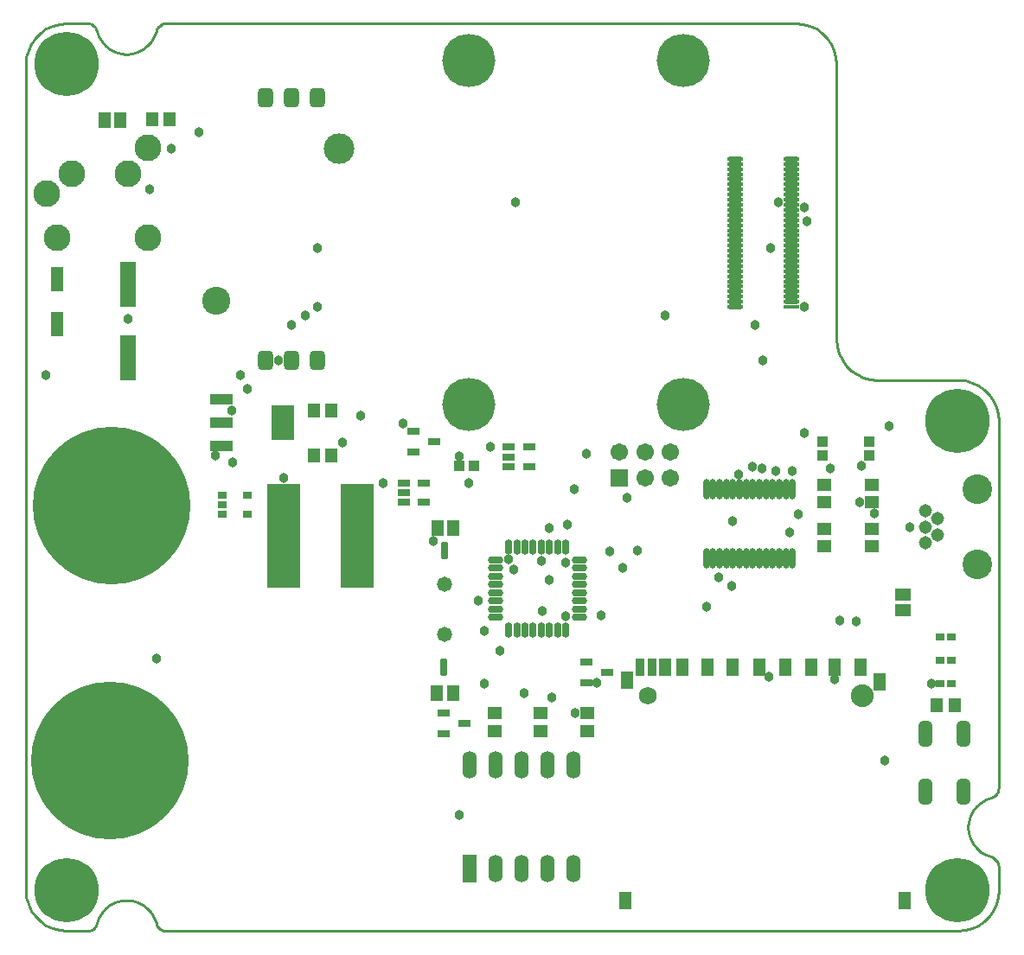
<source format=gts>
%FSLAX24Y24*%
%MOIN*%
G70*
G01*
G75*
G04 Layer_Color=8388736*
%ADD10R,0.0551X0.1673*%
%ADD11O,0.0551X0.0098*%
%ADD12R,0.0551X0.0098*%
G04:AMPARAMS|DCode=13|XSize=66.9mil|YSize=51.2mil|CornerRadius=12.8mil|HoleSize=0mil|Usage=FLASHONLY|Rotation=90.000|XOffset=0mil|YOffset=0mil|HoleType=Round|Shape=RoundedRectangle|*
%AMROUNDEDRECTD13*
21,1,0.0669,0.0256,0,0,90.0*
21,1,0.0413,0.0512,0,0,90.0*
1,1,0.0256,0.0128,0.0207*
1,1,0.0256,0.0128,-0.0207*
1,1,0.0256,-0.0128,-0.0207*
1,1,0.0256,-0.0128,0.0207*
%
%ADD13ROUNDEDRECTD13*%
%ADD14R,0.0394X0.0492*%
%ADD15R,0.0394X0.0591*%
%ADD16R,0.0276X0.0591*%
%ADD17R,0.0492X0.0394*%
%ADD18R,0.1181X0.3937*%
%ADD19R,0.0335X0.0315*%
%ADD20R,0.0374X0.0236*%
G04:AMPARAMS|DCode=21|XSize=90.6mil|YSize=43.3mil|CornerRadius=10.8mil|HoleSize=0mil|Usage=FLASHONLY|Rotation=270.000|XOffset=0mil|YOffset=0mil|HoleType=Round|Shape=RoundedRectangle|*
%AMROUNDEDRECTD21*
21,1,0.0906,0.0217,0,0,270.0*
21,1,0.0689,0.0433,0,0,270.0*
1,1,0.0217,-0.0108,-0.0344*
1,1,0.0217,-0.0108,0.0344*
1,1,0.0217,0.0108,0.0344*
1,1,0.0217,0.0108,-0.0344*
%
%ADD21ROUNDEDRECTD21*%
%ADD22R,0.0413X0.0551*%
%ADD23R,0.0276X0.0197*%
%ADD24O,0.0512X0.0217*%
%ADD25O,0.0217X0.0512*%
%ADD26R,0.0433X0.0866*%
%ADD27R,0.0315X0.0335*%
%ADD28R,0.0787X0.0354*%
%ADD29R,0.0787X0.1299*%
%ADD30O,0.0177X0.0709*%
%ADD31R,0.0551X0.0413*%
G04:AMPARAMS|DCode=32|XSize=60mil|YSize=20mil|CornerRadius=5mil|HoleSize=0mil|Usage=FLASHONLY|Rotation=270.000|XOffset=0mil|YOffset=0mil|HoleType=Round|Shape=RoundedRectangle|*
%AMROUNDEDRECTD32*
21,1,0.0600,0.0100,0,0,270.0*
21,1,0.0500,0.0200,0,0,270.0*
1,1,0.0100,-0.0050,-0.0250*
1,1,0.0100,-0.0050,0.0250*
1,1,0.0100,0.0050,0.0250*
1,1,0.0100,0.0050,-0.0250*
%
%ADD32ROUNDEDRECTD32*%
%ADD33R,0.0433X0.0217*%
%ADD34R,0.0295X0.0217*%
%ADD35C,0.0140*%
%ADD36C,0.0200*%
%ADD37C,0.0100*%
%ADD38C,0.0250*%
G04:AMPARAMS|DCode=39|XSize=600mil|YSize=600mil|CornerRadius=300mil|HoleSize=0mil|Usage=FLASHONLY|Rotation=0.000|XOffset=0mil|YOffset=0mil|HoleType=Round|Shape=RoundedRectangle|*
%AMROUNDEDRECTD39*
21,1,0.6000,0.0000,0,0,0.0*
21,1,0.0000,0.6000,0,0,0.0*
1,1,0.6000,0.0000,0.0000*
1,1,0.6000,0.0000,0.0000*
1,1,0.6000,0.0000,0.0000*
1,1,0.6000,0.0000,0.0000*
%
%ADD39ROUNDEDRECTD39*%
%ADD40C,0.1969*%
%ADD41C,0.1100*%
%ADD42C,0.1000*%
%ADD43C,0.0950*%
%ADD44C,0.0600*%
%ADD45C,0.0800*%
%ADD46C,0.0591*%
%ADD47R,0.0591X0.0591*%
%ADD48R,0.0472X0.0984*%
%ADD49O,0.0472X0.0984*%
G04:AMPARAMS|DCode=50|XSize=106.3mil|YSize=106.3mil|CornerRadius=53.2mil|HoleSize=0mil|Usage=FLASHONLY|Rotation=180.000|XOffset=0mil|YOffset=0mil|HoleType=Round|Shape=RoundedRectangle|*
%AMROUNDEDRECTD50*
21,1,0.1063,0.0000,0,0,180.0*
21,1,0.0000,0.1063,0,0,180.0*
1,1,0.1063,0.0000,0.0000*
1,1,0.1063,0.0000,0.0000*
1,1,0.1063,0.0000,0.0000*
1,1,0.1063,0.0000,0.0000*
%
%ADD50ROUNDEDRECTD50*%
G04:AMPARAMS|DCode=51|XSize=43.3mil|YSize=43.3mil|CornerRadius=21.7mil|HoleSize=0mil|Usage=FLASHONLY|Rotation=180.000|XOffset=0mil|YOffset=0mil|HoleType=Round|Shape=RoundedRectangle|*
%AMROUNDEDRECTD51*
21,1,0.0433,0.0000,0,0,180.0*
21,1,0.0000,0.0433,0,0,180.0*
1,1,0.0433,0.0000,0.0000*
1,1,0.0433,0.0000,0.0000*
1,1,0.0433,0.0000,0.0000*
1,1,0.0433,0.0000,0.0000*
%
%ADD51ROUNDEDRECTD51*%
%ADD52C,0.0500*%
%ADD53C,0.2400*%
%ADD54C,0.0300*%
G04:AMPARAMS|DCode=55|XSize=37.8mil|YSize=30.7mil|CornerRadius=7.7mil|HoleSize=0mil|Usage=FLASHONLY|Rotation=0.000|XOffset=0mil|YOffset=0mil|HoleType=Round|Shape=RoundedRectangle|*
%AMROUNDEDRECTD55*
21,1,0.0378,0.0154,0,0,0.0*
21,1,0.0224,0.0307,0,0,0.0*
1,1,0.0154,0.0112,-0.0077*
1,1,0.0154,-0.0112,-0.0077*
1,1,0.0154,-0.0112,0.0077*
1,1,0.0154,0.0112,0.0077*
%
%ADD55ROUNDEDRECTD55*%
%ADD56C,0.0098*%
%ADD57C,0.0039*%
%ADD58C,0.0236*%
%ADD59C,0.0079*%
%ADD60C,0.0050*%
%ADD61R,0.0631X0.1753*%
%ADD62O,0.0631X0.0178*%
%ADD63R,0.0631X0.0178*%
G04:AMPARAMS|DCode=64|XSize=74.9mil|YSize=59.2mil|CornerRadius=16.8mil|HoleSize=0mil|Usage=FLASHONLY|Rotation=90.000|XOffset=0mil|YOffset=0mil|HoleType=Round|Shape=RoundedRectangle|*
%AMROUNDEDRECTD64*
21,1,0.0749,0.0256,0,0,90.0*
21,1,0.0413,0.0592,0,0,90.0*
1,1,0.0336,0.0128,0.0207*
1,1,0.0336,0.0128,-0.0207*
1,1,0.0336,-0.0128,-0.0207*
1,1,0.0336,-0.0128,0.0207*
%
%ADD64ROUNDEDRECTD64*%
%ADD65R,0.0474X0.0572*%
%ADD66R,0.0474X0.0671*%
%ADD67R,0.0356X0.0671*%
%ADD68R,0.0572X0.0474*%
%ADD69R,0.1261X0.4017*%
%ADD70R,0.0415X0.0395*%
%ADD71R,0.0454X0.0316*%
G04:AMPARAMS|DCode=72|XSize=98.6mil|YSize=51.3mil|CornerRadius=14.8mil|HoleSize=0mil|Usage=FLASHONLY|Rotation=270.000|XOffset=0mil|YOffset=0mil|HoleType=Round|Shape=RoundedRectangle|*
%AMROUNDEDRECTD72*
21,1,0.0986,0.0217,0,0,270.0*
21,1,0.0689,0.0513,0,0,270.0*
1,1,0.0297,-0.0108,-0.0344*
1,1,0.0297,-0.0108,0.0344*
1,1,0.0297,0.0108,0.0344*
1,1,0.0297,0.0108,-0.0344*
%
%ADD72ROUNDEDRECTD72*%
%ADD73R,0.0493X0.0631*%
%ADD74R,0.0356X0.0277*%
%ADD75O,0.0592X0.0297*%
%ADD76O,0.0297X0.0592*%
%ADD77R,0.0513X0.0946*%
%ADD78R,0.0395X0.0415*%
%ADD79R,0.0867X0.0434*%
%ADD80R,0.0867X0.1379*%
%ADD81O,0.0257X0.0789*%
%ADD82R,0.0631X0.0493*%
G04:AMPARAMS|DCode=83|XSize=68mil|YSize=28mil|CornerRadius=9mil|HoleSize=0mil|Usage=FLASHONLY|Rotation=270.000|XOffset=0mil|YOffset=0mil|HoleType=Round|Shape=RoundedRectangle|*
%AMROUNDEDRECTD83*
21,1,0.0680,0.0100,0,0,270.0*
21,1,0.0500,0.0280,0,0,270.0*
1,1,0.0180,-0.0050,-0.0250*
1,1,0.0180,-0.0050,0.0250*
1,1,0.0180,0.0050,0.0250*
1,1,0.0180,0.0050,-0.0250*
%
%ADD83ROUNDEDRECTD83*%
%ADD84R,0.0513X0.0297*%
%ADD85R,0.0375X0.0297*%
G04:AMPARAMS|DCode=86|XSize=608mil|YSize=608mil|CornerRadius=304mil|HoleSize=0mil|Usage=FLASHONLY|Rotation=0.000|XOffset=0mil|YOffset=0mil|HoleType=Round|Shape=RoundedRectangle|*
%AMROUNDEDRECTD86*
21,1,0.6080,0.0000,0,0,0.0*
21,1,0.0000,0.6080,0,0,0.0*
1,1,0.6080,0.0000,0.0000*
1,1,0.6080,0.0000,0.0000*
1,1,0.6080,0.0000,0.0000*
1,1,0.6080,0.0000,0.0000*
%
%ADD86ROUNDEDRECTD86*%
%ADD87C,0.2049*%
%ADD88C,0.1180*%
%ADD89C,0.1080*%
%ADD90C,0.1030*%
%ADD91C,0.0680*%
%ADD92C,0.0880*%
%ADD93C,0.0671*%
%ADD94R,0.0671X0.0671*%
%ADD95R,0.0552X0.1064*%
%ADD96O,0.0552X0.1064*%
G04:AMPARAMS|DCode=97|XSize=114.3mil|YSize=114.3mil|CornerRadius=57.2mil|HoleSize=0mil|Usage=FLASHONLY|Rotation=180.000|XOffset=0mil|YOffset=0mil|HoleType=Round|Shape=RoundedRectangle|*
%AMROUNDEDRECTD97*
21,1,0.1143,0.0000,0,0,180.0*
21,1,0.0000,0.1143,0,0,180.0*
1,1,0.1143,0.0000,0.0000*
1,1,0.1143,0.0000,0.0000*
1,1,0.1143,0.0000,0.0000*
1,1,0.1143,0.0000,0.0000*
%
%ADD97ROUNDEDRECTD97*%
G04:AMPARAMS|DCode=98|XSize=51.3mil|YSize=51.3mil|CornerRadius=25.7mil|HoleSize=0mil|Usage=FLASHONLY|Rotation=180.000|XOffset=0mil|YOffset=0mil|HoleType=Round|Shape=RoundedRectangle|*
%AMROUNDEDRECTD98*
21,1,0.0513,0.0000,0,0,180.0*
21,1,0.0000,0.0513,0,0,180.0*
1,1,0.0513,0.0000,0.0000*
1,1,0.0513,0.0000,0.0000*
1,1,0.0513,0.0000,0.0000*
1,1,0.0513,0.0000,0.0000*
%
%ADD98ROUNDEDRECTD98*%
%ADD99C,0.0580*%
%ADD100C,0.2480*%
%ADD101C,0.0380*%
D37*
X57735Y15071D02*
Y29221D01*
X57726Y14985D02*
X57735Y15071D01*
X57698Y14903D02*
X57726Y14985D01*
X57653Y14830D02*
X57698Y14903D01*
X57593Y14768D02*
X57653Y14830D01*
X57521Y14720D02*
X57593Y14768D01*
X57440Y14690D02*
X57521Y14720D01*
X57231Y14614D02*
X57440Y14690D01*
X57040Y14501D02*
X57231Y14614D01*
X56873Y14354D02*
X57040Y14501D01*
X56737Y14178D02*
X56873Y14354D01*
X56637Y13980D02*
X56737Y14178D01*
X56575Y13767D02*
X56637Y13980D01*
X56554Y13546D02*
X56575Y13767D01*
X56554Y13546D02*
X56575Y13325D01*
X56637Y13112D01*
X56737Y12914D01*
X56873Y12738D01*
X57040Y12591D01*
X57231Y12478D01*
X57440Y12402D01*
X57521Y12372D01*
X57593Y12324D01*
X57653Y12262D01*
X57698Y12189D01*
X57726Y12107D01*
X57735Y12021D01*
Y11121D02*
Y12021D01*
X57711Y10847D02*
X57735Y11121D01*
X57640Y10582D02*
X57711Y10847D01*
X57524Y10333D02*
X57640Y10582D01*
X57367Y10108D02*
X57524Y10333D01*
X57173Y9914D02*
X57367Y10108D01*
X56948Y9757D02*
X57173Y9914D01*
X56699Y9641D02*
X56948Y9757D01*
X56434Y9570D02*
X56699Y9641D01*
X56160Y9546D02*
X56434Y9570D01*
X25645Y9546D02*
X56160D01*
X25559Y9555D02*
X25645Y9546D01*
X25477Y9583D02*
X25559Y9555D01*
X25404Y9628D02*
X25477Y9583D01*
X25342Y9688D02*
X25404Y9628D01*
X25294Y9760D02*
X25342Y9688D01*
X25264Y9841D02*
X25294Y9760D01*
X25188Y10050D02*
X25264Y9841D01*
X25075Y10241D02*
X25188Y10050D01*
X24928Y10408D02*
X25075Y10241D01*
X24752Y10544D02*
X24928Y10408D01*
X24554Y10644D02*
X24752Y10544D01*
X24341Y10706D02*
X24554Y10644D01*
X24120Y10727D02*
X24341Y10706D01*
X23899D02*
X24120Y10727D01*
X23686Y10644D02*
X23899Y10706D01*
X23488Y10544D02*
X23686Y10644D01*
X23312Y10408D02*
X23488Y10544D01*
X23165Y10241D02*
X23312Y10408D01*
X23052Y10050D02*
X23165Y10241D01*
X22976Y9841D02*
X23052Y10050D01*
X22946Y9760D02*
X22976Y9841D01*
X22898Y9688D02*
X22946Y9760D01*
X22836Y9628D02*
X22898Y9688D01*
X22763Y9583D02*
X22836Y9628D01*
X22681Y9555D02*
X22763Y9583D01*
X22595Y9546D02*
X22681Y9555D01*
X21810Y9546D02*
X22595D01*
X21536Y9570D02*
X21810Y9546D01*
X21271Y9641D02*
X21536Y9570D01*
X21023Y9757D02*
X21271Y9641D01*
X20798Y9914D02*
X21023Y9757D01*
X20604Y10108D02*
X20798Y9914D01*
X20446Y10333D02*
X20604Y10108D01*
X20330Y10582D02*
X20446Y10333D01*
X20259Y10847D02*
X20330Y10582D01*
X20235Y11121D02*
X20259Y10847D01*
X20235Y11121D02*
Y42971D01*
X20259Y43245D01*
X20330Y43510D01*
X20446Y43759D01*
X20604Y43983D01*
X20798Y44177D01*
X21023Y44335D01*
X21271Y44451D01*
X21536Y44522D01*
X21810Y44546D01*
X22595D01*
X22681Y44536D01*
X22763Y44509D01*
X22836Y44463D01*
X22898Y44403D01*
X22946Y44331D01*
X22976Y44251D01*
X23052Y44042D01*
X23165Y43851D01*
X23312Y43684D01*
X23488Y43548D01*
X23686Y43448D01*
X23899Y43386D01*
X24120Y43365D01*
X24341Y43386D01*
X24554Y43448D01*
X24752Y43548D01*
X24928Y43684D01*
X25075Y43851D01*
X25188Y44042D01*
X25264Y44251D01*
X25294Y44331D01*
X25342Y44403D01*
X25404Y44463D01*
X25477Y44509D01*
X25559Y44536D01*
X25645Y44546D01*
X49910D01*
X50184Y44522D01*
X50449Y44451D01*
X50698Y44335D01*
X50923Y44177D01*
X51117Y43983D01*
X51274Y43759D01*
X51390Y43510D01*
X51461Y43245D01*
X51485Y42971D01*
Y32371D02*
Y42971D01*
Y32371D02*
X51509Y32097D01*
X51580Y31832D01*
X51696Y31583D01*
X51854Y31358D01*
X52048Y31164D01*
X52273Y31007D01*
X52521Y30891D01*
X52786Y30820D01*
X53060Y30796D01*
X56160D01*
X56434Y30772D01*
X56699Y30701D01*
X56948Y30585D01*
X57173Y30427D01*
X57367Y30233D01*
X57524Y30008D01*
X57640Y29760D01*
X57711Y29495D01*
X57735Y29221D01*
D61*
X24180Y34490D02*
D03*
Y31636D02*
D03*
D62*
X47573Y39324D02*
D03*
Y39127D02*
D03*
Y38931D02*
D03*
Y38734D02*
D03*
Y38537D02*
D03*
Y38340D02*
D03*
Y38143D02*
D03*
Y37946D02*
D03*
Y37750D02*
D03*
Y37553D02*
D03*
Y37356D02*
D03*
Y37159D02*
D03*
Y36962D02*
D03*
Y36765D02*
D03*
Y36568D02*
D03*
Y36372D02*
D03*
Y36175D02*
D03*
Y35978D02*
D03*
Y35781D02*
D03*
Y35584D02*
D03*
Y35387D02*
D03*
Y35190D02*
D03*
Y34994D02*
D03*
Y34797D02*
D03*
Y34600D02*
D03*
Y34403D02*
D03*
Y34206D02*
D03*
Y34009D02*
D03*
Y33813D02*
D03*
Y33616D02*
D03*
X49738Y39324D02*
D03*
Y39127D02*
D03*
Y38931D02*
D03*
Y38734D02*
D03*
Y38537D02*
D03*
Y38340D02*
D03*
Y38143D02*
D03*
Y37946D02*
D03*
Y37750D02*
D03*
Y37553D02*
D03*
Y37356D02*
D03*
Y37159D02*
D03*
Y36962D02*
D03*
Y36765D02*
D03*
Y36568D02*
D03*
Y36372D02*
D03*
Y36175D02*
D03*
Y35978D02*
D03*
Y35781D02*
D03*
Y35584D02*
D03*
Y35387D02*
D03*
Y35190D02*
D03*
Y34994D02*
D03*
Y34797D02*
D03*
Y34600D02*
D03*
Y34403D02*
D03*
Y34206D02*
D03*
Y34009D02*
D03*
Y33813D02*
D03*
D63*
Y33616D02*
D03*
D64*
X29483Y41675D02*
D03*
X30483D02*
D03*
X31483D02*
D03*
X29483Y31557D02*
D03*
X30483D02*
D03*
X31483D02*
D03*
D65*
X32019Y27870D02*
D03*
X31350D02*
D03*
X25770Y40850D02*
D03*
X25101D02*
D03*
X56030Y18260D02*
D03*
X55361D02*
D03*
X32020Y29620D02*
D03*
X31351D02*
D03*
D66*
X54100Y10710D02*
D03*
X53155Y19135D02*
D03*
X49503Y19730D02*
D03*
X47486Y19726D02*
D03*
X44887D02*
D03*
X45557D02*
D03*
X46511D02*
D03*
X48503Y19730D02*
D03*
X50503D02*
D03*
X51423Y19726D02*
D03*
X52417D02*
D03*
X43411Y19234D02*
D03*
X43352Y10710D02*
D03*
D67*
X44376Y19726D02*
D03*
X43903D02*
D03*
D68*
X41865Y17935D02*
D03*
Y17265D02*
D03*
X40075Y17935D02*
D03*
Y17265D02*
D03*
X38305Y17935D02*
D03*
Y17265D02*
D03*
X52840Y24370D02*
D03*
Y25039D02*
D03*
X51010D02*
D03*
Y24370D02*
D03*
X52840Y26075D02*
D03*
Y26745D02*
D03*
X51010Y26075D02*
D03*
Y26745D02*
D03*
D69*
X33026Y24769D02*
D03*
X30172D02*
D03*
D70*
X52761Y28433D02*
D03*
Y27882D02*
D03*
X50931Y28433D02*
D03*
Y27882D02*
D03*
D71*
X35970Y28410D02*
D03*
X35163Y28012D02*
D03*
Y28808D02*
D03*
X37140Y17560D02*
D03*
X36333Y17162D02*
D03*
Y17958D02*
D03*
X42640Y19510D02*
D03*
X41833Y19112D02*
D03*
Y19908D02*
D03*
D72*
X54910Y14906D02*
D03*
Y17150D02*
D03*
X56367Y14906D02*
D03*
Y17150D02*
D03*
D73*
X36085Y18710D02*
D03*
X36695D02*
D03*
X23880Y40830D02*
D03*
X23270D02*
D03*
X36105Y25080D02*
D03*
X36715D02*
D03*
D74*
X55493Y19990D02*
D03*
X55927D02*
D03*
X55493Y20900D02*
D03*
X55927D02*
D03*
X55493Y19100D02*
D03*
X55927D02*
D03*
D75*
X38336Y23852D02*
D03*
Y23537D02*
D03*
Y23222D02*
D03*
Y22907D02*
D03*
Y22593D02*
D03*
Y22278D02*
D03*
Y21963D02*
D03*
Y21648D02*
D03*
X41564D02*
D03*
Y21963D02*
D03*
Y22278D02*
D03*
Y22593D02*
D03*
Y22907D02*
D03*
Y23222D02*
D03*
Y23537D02*
D03*
Y23852D02*
D03*
D76*
X38848Y21136D02*
D03*
X39163D02*
D03*
X39478D02*
D03*
X39793D02*
D03*
X40107D02*
D03*
X40422D02*
D03*
X40737D02*
D03*
X41052D02*
D03*
Y24364D02*
D03*
X40737D02*
D03*
X40422D02*
D03*
X40107D02*
D03*
X39793D02*
D03*
X39478D02*
D03*
X39163D02*
D03*
X38848D02*
D03*
D77*
X21440Y34682D02*
D03*
Y32950D02*
D03*
D78*
X36950Y27480D02*
D03*
X37501D02*
D03*
D79*
X27789Y30066D02*
D03*
Y29160D02*
D03*
Y28254D02*
D03*
D80*
X30151Y29160D02*
D03*
D81*
X49790Y26580D02*
D03*
X49534D02*
D03*
X49278D02*
D03*
X49022D02*
D03*
X48766D02*
D03*
X48510D02*
D03*
X48255D02*
D03*
X47999D02*
D03*
X47743D02*
D03*
X47487D02*
D03*
X47231D02*
D03*
X46975D02*
D03*
X46719D02*
D03*
X46463D02*
D03*
X49790Y23903D02*
D03*
X49534D02*
D03*
X49278D02*
D03*
X49022D02*
D03*
X48766D02*
D03*
X48510D02*
D03*
X48255D02*
D03*
X47999D02*
D03*
X47743D02*
D03*
X47487D02*
D03*
X47231D02*
D03*
X46975D02*
D03*
X46719D02*
D03*
X46463D02*
D03*
D82*
X54030Y22520D02*
D03*
Y21910D02*
D03*
D83*
X36330Y19709D02*
D03*
X36380Y24209D02*
D03*
D84*
X34806Y26834D02*
D03*
Y26460D02*
D03*
Y26086D02*
D03*
X35594D02*
D03*
Y26834D02*
D03*
X38846Y28204D02*
D03*
Y27830D02*
D03*
Y27456D02*
D03*
X39634D02*
D03*
Y28204D02*
D03*
D85*
X28792Y26364D02*
D03*
Y25616D02*
D03*
X27828D02*
D03*
Y25990D02*
D03*
Y26364D02*
D03*
D86*
X23480Y16110D02*
D03*
X23550Y25940D02*
D03*
D87*
X37317Y43104D02*
D03*
X45585D02*
D03*
X37317Y29836D02*
D03*
X45585D02*
D03*
D88*
X32310Y39730D02*
D03*
D89*
X27586Y33844D02*
D03*
D90*
X21060Y37970D02*
D03*
X22005Y38757D02*
D03*
X24170D02*
D03*
X21454Y36277D02*
D03*
X24958D02*
D03*
Y39742D02*
D03*
D91*
X44198Y18623D02*
D03*
D92*
X52466D02*
D03*
D93*
X45080Y28004D02*
D03*
Y27020D02*
D03*
X44096Y28004D02*
D03*
Y27020D02*
D03*
X43112Y28004D02*
D03*
D94*
Y27020D02*
D03*
D95*
X37340Y11960D02*
D03*
D96*
X38340D02*
D03*
X39340D02*
D03*
X40340D02*
D03*
X41340D02*
D03*
X37340Y15960D02*
D03*
X38340D02*
D03*
X39340D02*
D03*
X40340D02*
D03*
X41340D02*
D03*
D97*
X56900Y26570D02*
D03*
Y23696D02*
D03*
D98*
X55384Y25448D02*
D03*
X54912Y25133D02*
D03*
X55384Y24818D02*
D03*
X54912Y25763D02*
D03*
Y24503D02*
D03*
D99*
X36380Y22920D02*
D03*
Y20999D02*
D03*
D100*
X21810Y42971D02*
D03*
Y11121D02*
D03*
X56160D02*
D03*
Y29221D02*
D03*
D101*
X47431Y22840D02*
D03*
X36950Y27860D02*
D03*
X52240Y21490D02*
D03*
X28500Y30970D02*
D03*
X38130Y28204D02*
D03*
X39110Y37661D02*
D03*
X41830Y27960D02*
D03*
X48880Y19350D02*
D03*
X37325Y26834D02*
D03*
X42760Y24200D02*
D03*
X37910Y19090D02*
D03*
X43420Y26240D02*
D03*
X43810Y24229D02*
D03*
X51423Y19250D02*
D03*
X31483Y33630D02*
D03*
X50240D02*
D03*
X30483Y32920D02*
D03*
X48360D02*
D03*
X29980Y31560D02*
D03*
X48650D02*
D03*
X40520Y18560D02*
D03*
X41400Y17940D02*
D03*
X38520Y20360D02*
D03*
X46463Y22050D02*
D03*
X52950Y25650D02*
D03*
X51230Y27380D02*
D03*
X27550Y27880D02*
D03*
X41030Y23750D02*
D03*
X50330Y36910D02*
D03*
X40422Y25080D02*
D03*
X42410Y21730D02*
D03*
X55144Y19100D02*
D03*
X33150Y29420D02*
D03*
X28190Y29610D02*
D03*
X28790Y30440D02*
D03*
X31010Y33270D02*
D03*
X44873D02*
D03*
X28210Y27610D02*
D03*
X32440Y28380D02*
D03*
X50240Y28740D02*
D03*
X51600Y21530D02*
D03*
X49240Y37661D02*
D03*
X24180Y33140D02*
D03*
X42240Y19112D02*
D03*
X47487Y25360D02*
D03*
X40130Y21890D02*
D03*
X41030Y21680D02*
D03*
X41390Y26570D02*
D03*
X53340Y16132D02*
D03*
X39060Y23490D02*
D03*
X41110Y25230D02*
D03*
X34010Y26834D02*
D03*
X52430Y27490D02*
D03*
X36940Y14010D02*
D03*
X46940Y23170D02*
D03*
X34790Y29130D02*
D03*
X40420Y23100D02*
D03*
X49680Y24920D02*
D03*
X43260Y23560D02*
D03*
X52370Y26080D02*
D03*
X38850Y23890D02*
D03*
X25270Y20050D02*
D03*
X35960Y24580D02*
D03*
X40110Y23810D02*
D03*
X50000Y25610D02*
D03*
X49790Y27270D02*
D03*
X30172Y27030D02*
D03*
X21000Y31000D02*
D03*
X50250Y37460D02*
D03*
X53510Y29020D02*
D03*
X37910Y21120D02*
D03*
X37690Y22300D02*
D03*
X39460Y18730D02*
D03*
X25020Y38160D02*
D03*
X25840Y39720D02*
D03*
X26910Y40360D02*
D03*
X54300Y25133D02*
D03*
X49140Y27300D02*
D03*
X47700Y27150D02*
D03*
X48230Y27450D02*
D03*
X48600Y27370D02*
D03*
X48950Y35870D02*
D03*
X31483D02*
D03*
M02*

</source>
